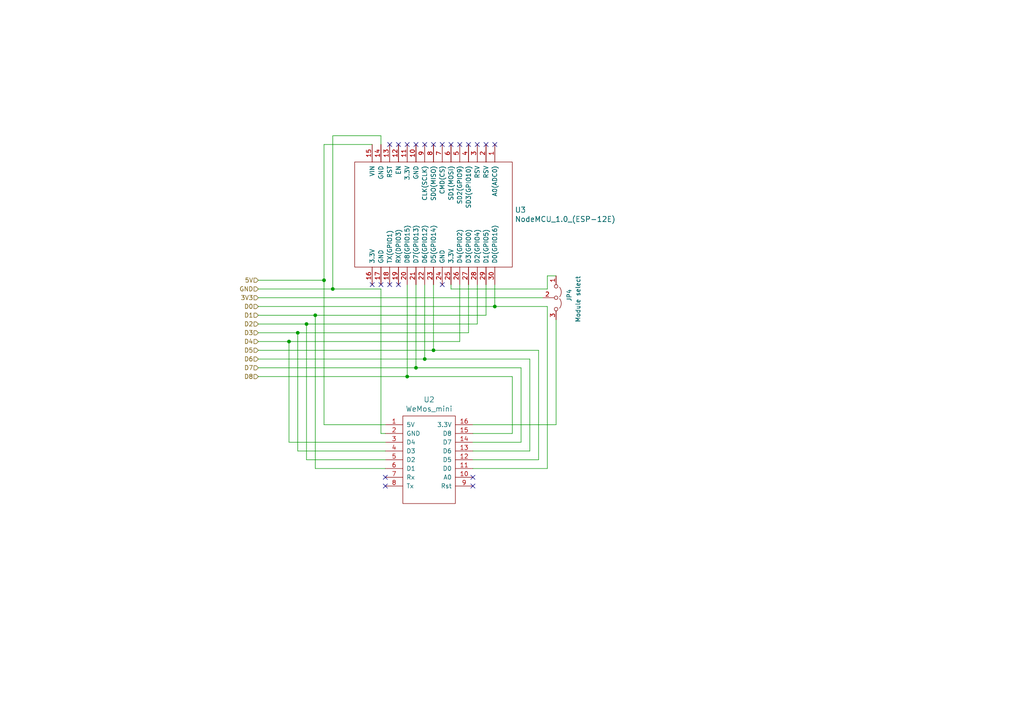
<source format=kicad_sch>
(kicad_sch (version 20211123) (generator eeschema)
  (paper "A4")
  (lib_symbols
    (symbol "DewAir-rescue:Jumper_3_Open-Jumper" (pin_names (offset 0) hide)
      (property "Reference" "JP" (at -2.54 -2.54 0))
      (property "Value" "Jumper_3_Open-Jumper" (at 0 2.794 0))
      (symbol "Jumper_3_Open-Jumper_0_0"
        (circle (center -3.302 0) (radius 0.508))
        (circle (center 0 0) (radius 0.508))
        (circle (center 3.302 0) (radius 0.508))
      )
      (symbol "Jumper_3_Open-Jumper_0_1"
        (arc (start -0.254 1.016) (mid -1.651 1.4992) (end -3.048 1.016))
        (polyline (pts (xy 0 -0.508) (xy 0 -1.27)))
        (arc (start 3.048 1.016) (mid 1.651 1.4992) (end 0.254 1.016))
      )
      (symbol "Jumper_3_Open-Jumper_1_1"
        (pin passive line (at -6.35 0 0) (length 2.54) (name "A") (number "1"))
        (pin input line (at 0 -3.81 90) (length 2.54) (name "C") (number "2"))
        (pin passive line (at 6.35 0 180) (length 2.54) (name "B") (number "3"))
      )
    )
    (symbol "DewAir-rescue:NodeMCU_1.0_(ESP-12E)-ESP8266" (pin_names (offset 1.016))
      (property "Reference" "U" (at 0 21.59 0))
      (property "Value" "NodeMCU_1.0_(ESP-12E)-ESP8266" (at 0 -21.59 0))
      (symbol "NodeMCU_1.0_(ESP-12E)-ESP8266_0_1"
        (rectangle (start -15.24 -22.86) (end 15.24 22.86))
      )
      (symbol "NodeMCU_1.0_(ESP-12E)-ESP8266_1_1"
        (pin input line (at -20.32 17.78 0) (length 5.08) (name "A0(ADC0)") (number "1"))
        (pin input line (at -20.32 -5.08 0) (length 5.08) (name "GND") (number "10"))
        (pin power_out line (at -20.32 -7.62 0) (length 5.08) (name "3.3V") (number "11"))
        (pin input line (at -20.32 -10.16 0) (length 5.08) (name "EN") (number "12"))
        (pin input line (at -20.32 -12.7 0) (length 5.08) (name "RST") (number "13"))
        (pin power_in line (at -20.32 -15.24 0) (length 5.08) (name "GND") (number "14"))
        (pin power_in line (at -20.32 -17.78 0) (length 5.08) (name "VIN") (number "15"))
        (pin power_out line (at 20.32 -17.78 180) (length 5.08) (name "3.3V") (number "16"))
        (pin power_in line (at 20.32 -15.24 180) (length 5.08) (name "GND") (number "17"))
        (pin bidirectional line (at 20.32 -12.7 180) (length 5.08) (name "TX(GPIO1)") (number "18"))
        (pin bidirectional line (at 20.32 -10.16 180) (length 5.08) (name "RX(DPIO3)") (number "19"))
        (pin input line (at -20.32 15.24 0) (length 5.08) (name "RSV") (number "2"))
        (pin bidirectional line (at 20.32 -7.62 180) (length 5.08) (name "D8(GPIO15)") (number "20"))
        (pin bidirectional line (at 20.32 -5.08 180) (length 5.08) (name "D7(GPIO13)") (number "21"))
        (pin bidirectional line (at 20.32 -2.54 180) (length 5.08) (name "D6(GPIO12)") (number "22"))
        (pin bidirectional line (at 20.32 0 180) (length 5.08) (name "D5(GPIO14)") (number "23"))
        (pin power_in line (at 20.32 2.54 180) (length 5.08) (name "GND") (number "24"))
        (pin power_out line (at 20.32 5.08 180) (length 5.08) (name "3.3V") (number "25"))
        (pin bidirectional line (at 20.32 7.62 180) (length 5.08) (name "D4(GPIO2)") (number "26"))
        (pin bidirectional line (at 20.32 10.16 180) (length 5.08) (name "D3(GPIO0)") (number "27"))
        (pin bidirectional line (at 20.32 12.7 180) (length 5.08) (name "D2(GPIO4)") (number "28"))
        (pin bidirectional line (at 20.32 15.24 180) (length 5.08) (name "D1(GPIO5)") (number "29"))
        (pin input line (at -20.32 12.7 0) (length 5.08) (name "RSV") (number "3"))
        (pin bidirectional line (at 20.32 17.78 180) (length 5.08) (name "D0(GPIO16)") (number "30"))
        (pin bidirectional line (at -20.32 10.16 0) (length 5.08) (name "SD3(GPIO10)") (number "4"))
        (pin bidirectional line (at -20.32 7.62 0) (length 5.08) (name "SD2(GPIO9)") (number "5"))
        (pin bidirectional line (at -20.32 5.08 0) (length 5.08) (name "SD1(MOSI)") (number "6"))
        (pin bidirectional line (at -20.32 2.54 0) (length 5.08) (name "CMD(CS)") (number "7"))
        (pin bidirectional line (at -20.32 0 0) (length 5.08) (name "SDO(MISO)") (number "8"))
        (pin bidirectional line (at -20.32 -2.54 0) (length 5.08) (name "CLK(SCLK)") (number "9"))
      )
    )
    (symbol "DewAir-rescue:WeMos_mini-wemos_mini" (pin_names (offset 1.016))
      (property "Reference" "U" (at 0 12.7 0))
      (property "Value" "WeMos_mini-wemos_mini" (at 0 -12.7 0))
      (symbol "WeMos_mini-wemos_mini_0_1"
        (rectangle (start -7.62 11.43) (end 7.62 -13.97))
      )
      (symbol "WeMos_mini-wemos_mini_1_1"
        (pin power_in line (at -12.7 8.89 0) (length 5.08) (name "5V") (number "1"))
        (pin bidirectional line (at 12.7 -6.35 180) (length 5.08) (name "A0") (number "10"))
        (pin bidirectional line (at 12.7 -3.81 180) (length 5.08) (name "D0") (number "11"))
        (pin bidirectional line (at 12.7 -1.27 180) (length 5.08) (name "D5") (number "12"))
        (pin bidirectional line (at 12.7 1.27 180) (length 5.08) (name "D6") (number "13"))
        (pin bidirectional line (at 12.7 3.81 180) (length 5.08) (name "D7") (number "14"))
        (pin bidirectional line (at 12.7 6.35 180) (length 5.08) (name "D8") (number "15"))
        (pin power_out line (at 12.7 8.89 180) (length 5.08) (name "3.3V") (number "16"))
        (pin power_in line (at -12.7 6.35 0) (length 5.08) (name "GND") (number "2"))
        (pin bidirectional line (at -12.7 3.81 0) (length 5.08) (name "D4") (number "3"))
        (pin bidirectional line (at -12.7 1.27 0) (length 5.08) (name "D3") (number "4"))
        (pin bidirectional line (at -12.7 -1.27 0) (length 5.08) (name "D2") (number "5"))
        (pin bidirectional line (at -12.7 -3.81 0) (length 5.08) (name "D1") (number "6"))
        (pin bidirectional line (at -12.7 -6.35 0) (length 5.08) (name "Rx") (number "7"))
        (pin bidirectional line (at -12.7 -8.89 0) (length 5.08) (name "Tx") (number "8"))
        (pin bidirectional line (at 12.7 -8.89 180) (length 5.08) (name "Rst") (number "9"))
      )
    )
  )
  (junction (at 123.19 104.14))
  (junction (at 83.82 99.06))
  (junction (at 91.44 91.44))
  (junction (at 143.51 88.9))
  (junction (at 88.9 93.98))
  (junction (at 96.52 83.82))
  (junction (at 118.11 109.22))
  (junction (at 93.98 81.28))
  (junction (at 125.73 101.6))
  (junction (at 86.36 96.52))
  (junction (at 120.65 106.68))
  (no_connect (at 115.57 82.55))
  (no_connect (at 125.73 41.91))
  (no_connect (at 138.43 41.91))
  (no_connect (at 110.49 82.55))
  (no_connect (at 113.03 82.55))
  (no_connect (at 128.27 82.55))
  (no_connect (at 143.51 41.91))
  (no_connect (at 128.27 41.91))
  (no_connect (at 137.16 140.97))
  (no_connect (at 140.97 41.91))
  (no_connect (at 137.16 138.43))
  (no_connect (at 120.65 41.91))
  (no_connect (at 111.76 140.97))
  (no_connect (at 123.19 41.91))
  (no_connect (at 107.95 82.55))
  (no_connect (at 113.03 41.91))
  (no_connect (at 118.11 41.91))
  (no_connect (at 130.81 41.91))
  (no_connect (at 135.89 41.91))
  (no_connect (at 133.35 41.91))
  (no_connect (at 111.76 138.43))
  (no_connect (at 115.57 41.91))
  (wire (pts (xy 156.21 133.35) (xy 137.16 133.35)))
  (wire (pts (xy 158.75 88.9) (xy 143.51 88.9)))
  (wire (pts (xy 74.93 81.28) (xy 93.98 81.28)))
  (wire (pts (xy 120.65 82.55) (xy 120.65 106.68)))
  (wire (pts (xy 130.81 82.55) (xy 130.81 83.82)))
  (wire (pts (xy 83.82 128.27) (xy 83.82 99.06)))
  (wire (pts (xy 135.89 96.52) (xy 135.89 82.55)))
  (wire (pts (xy 125.73 101.6) (xy 156.21 101.6)))
  (wire (pts (xy 111.76 128.27) (xy 83.82 128.27)))
  (wire (pts (xy 158.75 83.82) (xy 158.75 80.01)))
  (wire (pts (xy 148.59 109.22) (xy 118.11 109.22)))
  (wire (pts (xy 137.16 135.89) (xy 158.75 135.89)))
  (wire (pts (xy 153.67 130.81) (xy 153.67 104.14)))
  (wire (pts (xy 96.52 83.82) (xy 110.49 83.82)))
  (wire (pts (xy 143.51 82.55) (xy 143.51 88.9)))
  (wire (pts (xy 125.73 101.6) (xy 74.93 101.6)))
  (wire (pts (xy 110.49 125.73) (xy 110.49 83.82)))
  (wire (pts (xy 88.9 133.35) (xy 88.9 93.98)))
  (wire (pts (xy 151.13 128.27) (xy 151.13 106.68)))
  (wire (pts (xy 125.73 82.55) (xy 125.73 101.6)))
  (wire (pts (xy 118.11 82.55) (xy 118.11 109.22)))
  (wire (pts (xy 137.16 128.27) (xy 151.13 128.27)))
  (wire (pts (xy 88.9 93.98) (xy 74.93 93.98)))
  (wire (pts (xy 161.29 123.19) (xy 161.29 92.71)))
  (wire (pts (xy 137.16 123.19) (xy 161.29 123.19)))
  (wire (pts (xy 140.97 91.44) (xy 140.97 82.55)))
  (wire (pts (xy 111.76 130.81) (xy 86.36 130.81)))
  (wire (pts (xy 118.11 109.22) (xy 74.93 109.22)))
  (wire (pts (xy 133.35 99.06) (xy 133.35 82.55)))
  (wire (pts (xy 130.81 83.82) (xy 158.75 83.82)))
  (wire (pts (xy 148.59 125.73) (xy 148.59 109.22)))
  (wire (pts (xy 138.43 93.98) (xy 138.43 82.55)))
  (wire (pts (xy 83.82 99.06) (xy 74.93 99.06)))
  (wire (pts (xy 110.49 39.37) (xy 96.52 39.37)))
  (wire (pts (xy 96.52 39.37) (xy 96.52 83.82)))
  (wire (pts (xy 86.36 130.81) (xy 86.36 96.52)))
  (wire (pts (xy 91.44 91.44) (xy 74.93 91.44)))
  (wire (pts (xy 86.36 96.52) (xy 74.93 96.52)))
  (wire (pts (xy 137.16 130.81) (xy 153.67 130.81)))
  (wire (pts (xy 123.19 104.14) (xy 74.93 104.14)))
  (wire (pts (xy 153.67 104.14) (xy 123.19 104.14)))
  (wire (pts (xy 156.21 101.6) (xy 156.21 133.35)))
  (wire (pts (xy 137.16 125.73) (xy 148.59 125.73)))
  (wire (pts (xy 157.48 86.36) (xy 74.93 86.36)))
  (wire (pts (xy 158.75 80.01) (xy 161.29 80.01)))
  (wire (pts (xy 151.13 106.68) (xy 120.65 106.68)))
  (wire (pts (xy 111.76 133.35) (xy 88.9 133.35)))
  (wire (pts (xy 91.44 135.89) (xy 91.44 91.44)))
  (wire (pts (xy 120.65 106.68) (xy 74.93 106.68)))
  (wire (pts (xy 93.98 81.28) (xy 93.98 123.19)))
  (wire (pts (xy 86.36 96.52) (xy 135.89 96.52)))
  (wire (pts (xy 111.76 135.89) (xy 91.44 135.89)))
  (wire (pts (xy 123.19 82.55) (xy 123.19 104.14)))
  (wire (pts (xy 83.82 99.06) (xy 133.35 99.06)))
  (wire (pts (xy 91.44 91.44) (xy 140.97 91.44)))
  (wire (pts (xy 143.51 88.9) (xy 74.93 88.9)))
  (wire (pts (xy 111.76 125.73) (xy 110.49 125.73)))
  (wire (pts (xy 93.98 41.91) (xy 107.95 41.91)))
  (wire (pts (xy 110.49 41.91) (xy 110.49 39.37)))
  (wire (pts (xy 93.98 123.19) (xy 111.76 123.19)))
  (wire (pts (xy 158.75 135.89) (xy 158.75 88.9)))
  (wire (pts (xy 88.9 93.98) (xy 138.43 93.98)))
  (wire (pts (xy 93.98 81.28) (xy 93.98 41.91)))
  (wire (pts (xy 74.93 83.82) (xy 96.52 83.82)))
  (hierarchical_label "GND" (shape input) (at 74.93 83.82 180))
  (hierarchical_label "D0" (shape input) (at 74.93 88.9 180))
  (hierarchical_label "D5" (shape input) (at 74.93 101.6 180))
  (hierarchical_label "D3" (shape input) (at 74.93 96.52 180))
  (hierarchical_label "D1" (shape input) (at 74.93 91.44 180))
  (hierarchical_label "D2" (shape input) (at 74.93 93.98 180))
  (hierarchical_label "D6" (shape input) (at 74.93 104.14 180))
  (hierarchical_label "3V3" (shape input) (at 74.93 86.36 180))
  (hierarchical_label "D7" (shape input) (at 74.93 106.68 180))
  (hierarchical_label "5V" (shape input) (at 74.93 81.28 180))
  (hierarchical_label "D8" (shape input) (at 74.93 109.22 180))
  (hierarchical_label "D4" (shape input) (at 74.93 99.06 180))
  (symbol (lib_id "DewAir-rescue:NodeMCU_1.0_(ESP-12E)-ESP8266") (at 125.73 62.23 270) (unit 1)
    (property "Reference" "U3" (at 149.3012 60.8838 90) (effects (font (size 1.524 1.524)) (justify left)))
    (property "Value" "NodeMCU_1.0_(ESP-12E)" (at 149.3012 63.5762 90) (effects (font (size 1.524 1.524)) (justify left)))
    (property "Footprint" "ESP8266:NodeMCU Amica" (effects hide))
  )
  (symbol (lib_id "DewAir-rescue:WeMos_mini-wemos_mini") (at 124.46 132.08 0) (unit 1)
    (property "Reference" "U2" (at 124.46 115.9002 0) (effects (font (size 1.524 1.524))))
    (property "Value" "WeMos_mini" (at 124.46 118.5926 0) (effects (font (size 1.524 1.524))))
    (property "Footprint" "wemos_d1_mini:D1_mini_board" (effects hide))
  )
  (symbol (lib_id "DewAir-rescue:Jumper_3_Open-Jumper") (at 161.29 86.36 270) (unit 1)
    (property "Reference" "JP4" (at 165.1 83.82 0) (effects (justify left)))
    (property "Value" "Module select" (at 167.64 80.01 0) (effects (justify left)))
    (property "Footprint" "Pin_Headers:Pin_Header_Straight_1x03_Pitch2.54mm" (effects hide))
  )
)
</source>
